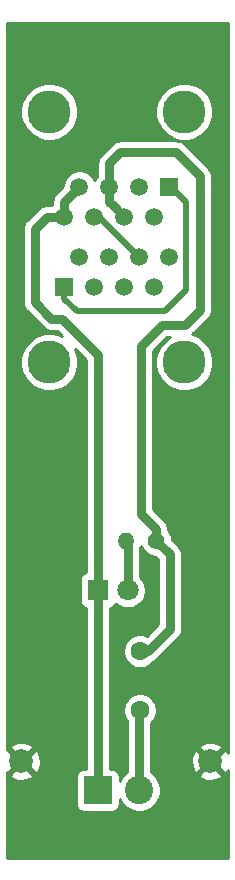
<source format=gbr>
G04 #@! TF.GenerationSoftware,KiCad,Pcbnew,5.1.5+dfsg1-2build2*
G04 #@! TF.CreationDate,2021-07-28T21:36:02-05:00*
G04 #@! TF.ProjectId,DIN_RAIL_POE_INJECTOR_SLIM,44494e5f-5241-4494-9c5f-504f455f494e,rev?*
G04 #@! TF.SameCoordinates,Original*
G04 #@! TF.FileFunction,Copper,L1,Top*
G04 #@! TF.FilePolarity,Positive*
%FSLAX46Y46*%
G04 Gerber Fmt 4.6, Leading zero omitted, Abs format (unit mm)*
G04 Created by KiCad (PCBNEW 5.1.5+dfsg1-2build2) date 2021-07-28 21:36:02*
%MOMM*%
%LPD*%
G04 APERTURE LIST*
%ADD10C,1.998980*%
%ADD11C,3.650000*%
%ADD12R,1.500000X1.500000*%
%ADD13C,1.500000*%
%ADD14C,1.600000*%
%ADD15O,1.400000X1.400000*%
%ADD16C,1.400000*%
%ADD17C,1.800000*%
%ADD18R,1.800000X1.800000*%
%ADD19C,2.400000*%
%ADD20R,2.400000X2.400000*%
%ADD21C,0.500000*%
%ADD22C,0.250000*%
%ADD23C,0.750000*%
%ADD24C,0.254000*%
G04 APERTURE END LIST*
D10*
X126873000Y-163195000D03*
X110871000Y-163195000D03*
D11*
X124660000Y-129397000D03*
X113230000Y-129397000D03*
D12*
X114500000Y-123047000D03*
D13*
X115770000Y-120507000D03*
X117040000Y-123047000D03*
X118310000Y-120507000D03*
X119580000Y-123047000D03*
X120850000Y-120507000D03*
X122120000Y-123047000D03*
X123390000Y-120507000D03*
D14*
X120904000Y-153877000D03*
X120904000Y-158877000D03*
D15*
X119761000Y-144526000D03*
D16*
X122301000Y-144526000D03*
D17*
X119888000Y-148717000D03*
D18*
X117348000Y-148717000D03*
D19*
X120848000Y-165640000D03*
D20*
X117348000Y-165640000D03*
D11*
X113230000Y-108188000D03*
X124660000Y-108188000D03*
D12*
X123390000Y-114538000D03*
D13*
X122120000Y-117078000D03*
X120850000Y-114538000D03*
X119580000Y-117078000D03*
X118310000Y-114538000D03*
X117040000Y-117078000D03*
X115770000Y-114538000D03*
X114500000Y-117078000D03*
D21*
X123555000Y-114538000D02*
X123390000Y-114538000D01*
X124841000Y-115824000D02*
X123555000Y-114538000D01*
X124841000Y-123317000D02*
X124841000Y-115824000D01*
X123063000Y-125095000D02*
X124841000Y-123317000D01*
X115570000Y-125095000D02*
X123063000Y-125095000D01*
X114500000Y-124025000D02*
X115570000Y-125095000D01*
X114500000Y-123047000D02*
X114500000Y-124025000D01*
D22*
X117421000Y-117078000D02*
X117040000Y-117078000D01*
D21*
X120850000Y-120507000D02*
X117421000Y-117078000D01*
D23*
X119888000Y-144653000D02*
X119761000Y-144526000D01*
X119888000Y-148717000D02*
X119888000Y-144653000D01*
X114500000Y-115808000D02*
X115770000Y-114538000D01*
X114500000Y-117078000D02*
X114500000Y-115808000D01*
X113411000Y-125730000D02*
X114300000Y-125730000D01*
X117348000Y-128778000D02*
X117348000Y-148717000D01*
X114300000Y-125730000D02*
X117348000Y-128778000D01*
X112014000Y-118110000D02*
X112014000Y-124333000D01*
X112014000Y-124333000D02*
X113411000Y-125730000D01*
X113046000Y-117078000D02*
X112014000Y-118110000D01*
X114500000Y-117078000D02*
X113046000Y-117078000D01*
X117348000Y-163690000D02*
X117348000Y-148717000D01*
X117348000Y-165640000D02*
X117348000Y-163690000D01*
X118310000Y-112576000D02*
X118310000Y-114538000D01*
X125984000Y-124968000D02*
X125984000Y-113665000D01*
X123952000Y-111633000D02*
X119253000Y-111633000D01*
X122809000Y-126238000D02*
X124714000Y-126238000D01*
X121031000Y-128016000D02*
X122809000Y-126238000D01*
X119253000Y-111633000D02*
X118310000Y-112576000D01*
X125984000Y-113665000D02*
X123952000Y-111633000D01*
X124714000Y-126238000D02*
X125984000Y-124968000D01*
X118618000Y-116116000D02*
X119580000Y-117078000D01*
X118310000Y-115808000D02*
X118618000Y-116116000D01*
X118310000Y-114538000D02*
X118310000Y-115808000D01*
X121586000Y-153877000D02*
X120904000Y-153877000D01*
X123444000Y-152019000D02*
X121586000Y-153877000D01*
X123444000Y-145669000D02*
X123444000Y-152019000D01*
X122301000Y-144526000D02*
X123444000Y-145669000D01*
X121031000Y-142266051D02*
X121031000Y-128016000D01*
X122301000Y-143536051D02*
X121031000Y-142266051D01*
X122301000Y-144526000D02*
X122301000Y-143536051D01*
D21*
X120848000Y-158933000D02*
X120904000Y-158877000D01*
D23*
X120848000Y-165640000D02*
X120848000Y-158933000D01*
D24*
G36*
X128340001Y-162461732D02*
G01*
X128272399Y-162335258D01*
X128008050Y-162239555D01*
X127052605Y-163195000D01*
X128008050Y-164150445D01*
X128272399Y-164054742D01*
X128340001Y-163915770D01*
X128340001Y-171340000D01*
X109660000Y-171340000D01*
X109660000Y-164330050D01*
X109915555Y-164330050D01*
X110011258Y-164594399D01*
X110300787Y-164735238D01*
X110612229Y-164816885D01*
X110933615Y-164836205D01*
X111252595Y-164792454D01*
X111556911Y-164687314D01*
X111730742Y-164594399D01*
X111826445Y-164330050D01*
X110871000Y-163374605D01*
X109915555Y-164330050D01*
X109660000Y-164330050D01*
X109660000Y-164122949D01*
X109735950Y-164150445D01*
X110691395Y-163195000D01*
X111050605Y-163195000D01*
X112006050Y-164150445D01*
X112270399Y-164054742D01*
X112411238Y-163765213D01*
X112492885Y-163453771D01*
X112512205Y-163132385D01*
X112468454Y-162813405D01*
X112363314Y-162509089D01*
X112270399Y-162335258D01*
X112006050Y-162239555D01*
X111050605Y-163195000D01*
X110691395Y-163195000D01*
X109735950Y-162239555D01*
X109660000Y-162267051D01*
X109660000Y-162059950D01*
X109915555Y-162059950D01*
X110871000Y-163015395D01*
X111826445Y-162059950D01*
X111730742Y-161795601D01*
X111441213Y-161654762D01*
X111129771Y-161573115D01*
X110808385Y-161553795D01*
X110489405Y-161597546D01*
X110185089Y-161702686D01*
X110011258Y-161795601D01*
X109915555Y-162059950D01*
X109660000Y-162059950D01*
X109660000Y-129154711D01*
X110770000Y-129154711D01*
X110770000Y-129639289D01*
X110864536Y-130114556D01*
X111049976Y-130562247D01*
X111319193Y-130965159D01*
X111661841Y-131307807D01*
X112064753Y-131577024D01*
X112512444Y-131762464D01*
X112987711Y-131857000D01*
X113472289Y-131857000D01*
X113947556Y-131762464D01*
X114395247Y-131577024D01*
X114798159Y-131307807D01*
X115140807Y-130965159D01*
X115410024Y-130562247D01*
X115595464Y-130114556D01*
X115690000Y-129639289D01*
X115690000Y-129154711D01*
X115595464Y-128679444D01*
X115435923Y-128294279D01*
X116338000Y-129196356D01*
X116338001Y-147189762D01*
X116323518Y-147191188D01*
X116203820Y-147227498D01*
X116093506Y-147286463D01*
X115996815Y-147365815D01*
X115917463Y-147462506D01*
X115858498Y-147572820D01*
X115822188Y-147692518D01*
X115809928Y-147817000D01*
X115809928Y-149617000D01*
X115822188Y-149741482D01*
X115858498Y-149861180D01*
X115917463Y-149971494D01*
X115996815Y-150068185D01*
X116093506Y-150147537D01*
X116203820Y-150206502D01*
X116323518Y-150242812D01*
X116338001Y-150244238D01*
X116338000Y-163739607D01*
X116338001Y-163739617D01*
X116338001Y-163801928D01*
X116148000Y-163801928D01*
X116023518Y-163814188D01*
X115903820Y-163850498D01*
X115793506Y-163909463D01*
X115696815Y-163988815D01*
X115617463Y-164085506D01*
X115558498Y-164195820D01*
X115522188Y-164315518D01*
X115509928Y-164440000D01*
X115509928Y-166840000D01*
X115522188Y-166964482D01*
X115558498Y-167084180D01*
X115617463Y-167194494D01*
X115696815Y-167291185D01*
X115793506Y-167370537D01*
X115903820Y-167429502D01*
X116023518Y-167465812D01*
X116148000Y-167478072D01*
X118548000Y-167478072D01*
X118672482Y-167465812D01*
X118792180Y-167429502D01*
X118902494Y-167370537D01*
X118999185Y-167291185D01*
X119078537Y-167194494D01*
X119137502Y-167084180D01*
X119173812Y-166964482D01*
X119186072Y-166840000D01*
X119186072Y-166422838D01*
X119221844Y-166509199D01*
X119422662Y-166809744D01*
X119678256Y-167065338D01*
X119978801Y-167266156D01*
X120312750Y-167404482D01*
X120667268Y-167475000D01*
X121028732Y-167475000D01*
X121383250Y-167404482D01*
X121717199Y-167266156D01*
X122017744Y-167065338D01*
X122273338Y-166809744D01*
X122474156Y-166509199D01*
X122612482Y-166175250D01*
X122683000Y-165820732D01*
X122683000Y-165459268D01*
X122612482Y-165104750D01*
X122474156Y-164770801D01*
X122273338Y-164470256D01*
X122133132Y-164330050D01*
X125917555Y-164330050D01*
X126013258Y-164594399D01*
X126302787Y-164735238D01*
X126614229Y-164816885D01*
X126935615Y-164836205D01*
X127254595Y-164792454D01*
X127558911Y-164687314D01*
X127732742Y-164594399D01*
X127828445Y-164330050D01*
X126873000Y-163374605D01*
X125917555Y-164330050D01*
X122133132Y-164330050D01*
X122017744Y-164214662D01*
X121858000Y-164107924D01*
X121858000Y-163257615D01*
X125231795Y-163257615D01*
X125275546Y-163576595D01*
X125380686Y-163880911D01*
X125473601Y-164054742D01*
X125737950Y-164150445D01*
X126693395Y-163195000D01*
X125737950Y-162239555D01*
X125473601Y-162335258D01*
X125332762Y-162624787D01*
X125251115Y-162936229D01*
X125231795Y-163257615D01*
X121858000Y-163257615D01*
X121858000Y-162059950D01*
X125917555Y-162059950D01*
X126873000Y-163015395D01*
X127828445Y-162059950D01*
X127732742Y-161795601D01*
X127443213Y-161654762D01*
X127131771Y-161573115D01*
X126810385Y-161553795D01*
X126491405Y-161597546D01*
X126187089Y-161702686D01*
X126013258Y-161795601D01*
X125917555Y-162059950D01*
X121858000Y-162059950D01*
X121858000Y-159952396D01*
X122018637Y-159791759D01*
X122175680Y-159556727D01*
X122283853Y-159295574D01*
X122339000Y-159018335D01*
X122339000Y-158735665D01*
X122283853Y-158458426D01*
X122175680Y-158197273D01*
X122018637Y-157962241D01*
X121818759Y-157762363D01*
X121583727Y-157605320D01*
X121322574Y-157497147D01*
X121045335Y-157442000D01*
X120762665Y-157442000D01*
X120485426Y-157497147D01*
X120224273Y-157605320D01*
X119989241Y-157762363D01*
X119789363Y-157962241D01*
X119632320Y-158197273D01*
X119524147Y-158458426D01*
X119469000Y-158735665D01*
X119469000Y-159018335D01*
X119524147Y-159295574D01*
X119632320Y-159556727D01*
X119789363Y-159791759D01*
X119838001Y-159840397D01*
X119838000Y-164107924D01*
X119678256Y-164214662D01*
X119422662Y-164470256D01*
X119221844Y-164770801D01*
X119186072Y-164857162D01*
X119186072Y-164440000D01*
X119173812Y-164315518D01*
X119137502Y-164195820D01*
X119078537Y-164085506D01*
X118999185Y-163988815D01*
X118902494Y-163909463D01*
X118792180Y-163850498D01*
X118672482Y-163814188D01*
X118548000Y-163801928D01*
X118358000Y-163801928D01*
X118358000Y-150244238D01*
X118372482Y-150242812D01*
X118492180Y-150206502D01*
X118602494Y-150147537D01*
X118699185Y-150068185D01*
X118778537Y-149971494D01*
X118837502Y-149861180D01*
X118843056Y-149842873D01*
X118909495Y-149909312D01*
X119160905Y-150077299D01*
X119440257Y-150193011D01*
X119736816Y-150252000D01*
X120039184Y-150252000D01*
X120335743Y-150193011D01*
X120615095Y-150077299D01*
X120866505Y-149909312D01*
X121080312Y-149695505D01*
X121248299Y-149444095D01*
X121364011Y-149164743D01*
X121423000Y-148868184D01*
X121423000Y-148565816D01*
X121364011Y-148269257D01*
X121248299Y-147989905D01*
X121080312Y-147738495D01*
X120898000Y-147556183D01*
X120898000Y-145227295D01*
X120944061Y-145158359D01*
X121031000Y-144948470D01*
X121117939Y-145158359D01*
X121264038Y-145377013D01*
X121449987Y-145562962D01*
X121668641Y-145709061D01*
X121911595Y-145809696D01*
X122169514Y-145861000D01*
X122207645Y-145861000D01*
X122434000Y-146087355D01*
X122434001Y-151600643D01*
X121474548Y-152560097D01*
X121322574Y-152497147D01*
X121045335Y-152442000D01*
X120762665Y-152442000D01*
X120485426Y-152497147D01*
X120224273Y-152605320D01*
X119989241Y-152762363D01*
X119789363Y-152962241D01*
X119632320Y-153197273D01*
X119524147Y-153458426D01*
X119469000Y-153735665D01*
X119469000Y-154018335D01*
X119524147Y-154295574D01*
X119632320Y-154556727D01*
X119789363Y-154791759D01*
X119989241Y-154991637D01*
X120224273Y-155148680D01*
X120485426Y-155256853D01*
X120762665Y-155312000D01*
X121045335Y-155312000D01*
X121322574Y-155256853D01*
X121583727Y-155148680D01*
X121818759Y-154991637D01*
X122018637Y-154791759D01*
X122019451Y-154790541D01*
X122149840Y-154720847D01*
X122303633Y-154594633D01*
X122335261Y-154556094D01*
X124123100Y-152768256D01*
X124161633Y-152736633D01*
X124287847Y-152582840D01*
X124381632Y-152407380D01*
X124439385Y-152216994D01*
X124454000Y-152068608D01*
X124458886Y-152019000D01*
X124454000Y-151969392D01*
X124454000Y-145718604D01*
X124458886Y-145668999D01*
X124448442Y-145562962D01*
X124439385Y-145471006D01*
X124381632Y-145280620D01*
X124287847Y-145105160D01*
X124161633Y-144951367D01*
X124123094Y-144919739D01*
X123636000Y-144432645D01*
X123636000Y-144394514D01*
X123584696Y-144136595D01*
X123484061Y-143893641D01*
X123337962Y-143674987D01*
X123311000Y-143648025D01*
X123311000Y-143585655D01*
X123315886Y-143536050D01*
X123311000Y-143486443D01*
X123296385Y-143338057D01*
X123238632Y-143147671D01*
X123144847Y-142972211D01*
X123018633Y-142818418D01*
X122980094Y-142786790D01*
X122041000Y-141847696D01*
X122041000Y-128434355D01*
X123227356Y-127248000D01*
X123448322Y-127248000D01*
X123091841Y-127486193D01*
X122749193Y-127828841D01*
X122479976Y-128231753D01*
X122294536Y-128679444D01*
X122200000Y-129154711D01*
X122200000Y-129639289D01*
X122294536Y-130114556D01*
X122479976Y-130562247D01*
X122749193Y-130965159D01*
X123091841Y-131307807D01*
X123494753Y-131577024D01*
X123942444Y-131762464D01*
X124417711Y-131857000D01*
X124902289Y-131857000D01*
X125377556Y-131762464D01*
X125825247Y-131577024D01*
X126228159Y-131307807D01*
X126570807Y-130965159D01*
X126840024Y-130562247D01*
X127025464Y-130114556D01*
X127120000Y-129639289D01*
X127120000Y-129154711D01*
X127025464Y-128679444D01*
X126840024Y-128231753D01*
X126570807Y-127828841D01*
X126228159Y-127486193D01*
X125825247Y-127216976D01*
X125377556Y-127031536D01*
X125346638Y-127025386D01*
X125431633Y-126955633D01*
X125463261Y-126917094D01*
X126663094Y-125717261D01*
X126701633Y-125685633D01*
X126827847Y-125531840D01*
X126921632Y-125356380D01*
X126979385Y-125165994D01*
X126994000Y-125017608D01*
X126994000Y-125017606D01*
X126998886Y-124968001D01*
X126994000Y-124918396D01*
X126994000Y-113714608D01*
X126998886Y-113665000D01*
X126979385Y-113467005D01*
X126921632Y-113276620D01*
X126853914Y-113149928D01*
X126827847Y-113101160D01*
X126701633Y-112947367D01*
X126663100Y-112915744D01*
X124701261Y-110953906D01*
X124669633Y-110915367D01*
X124515840Y-110789153D01*
X124340380Y-110695368D01*
X124149994Y-110637615D01*
X124001608Y-110623000D01*
X123952000Y-110618114D01*
X123902392Y-110623000D01*
X119302604Y-110623000D01*
X119252999Y-110618114D01*
X119203394Y-110623000D01*
X119203392Y-110623000D01*
X119055006Y-110637615D01*
X118864620Y-110695368D01*
X118689160Y-110789153D01*
X118535367Y-110915367D01*
X118503739Y-110953906D01*
X117630906Y-111826739D01*
X117592367Y-111858367D01*
X117466153Y-112012160D01*
X117372369Y-112187620D01*
X117372368Y-112187621D01*
X117314615Y-112378006D01*
X117295114Y-112576000D01*
X117300000Y-112625608D01*
X117300001Y-113589314D01*
X117234201Y-113655114D01*
X117082629Y-113881957D01*
X117040000Y-113984873D01*
X116997371Y-113881957D01*
X116845799Y-113655114D01*
X116652886Y-113462201D01*
X116426043Y-113310629D01*
X116173989Y-113206225D01*
X115906411Y-113153000D01*
X115633589Y-113153000D01*
X115366011Y-113206225D01*
X115113957Y-113310629D01*
X114887114Y-113462201D01*
X114694201Y-113655114D01*
X114542629Y-113881957D01*
X114438225Y-114134011D01*
X114385000Y-114401589D01*
X114385000Y-114494645D01*
X113820901Y-115058744D01*
X113782368Y-115090367D01*
X113750745Y-115128900D01*
X113750744Y-115128901D01*
X113656154Y-115244160D01*
X113562368Y-115419621D01*
X113504615Y-115610006D01*
X113485114Y-115808000D01*
X113490001Y-115857617D01*
X113490001Y-116068000D01*
X113095604Y-116068000D01*
X113045999Y-116063114D01*
X112996394Y-116068000D01*
X112996392Y-116068000D01*
X112848006Y-116082615D01*
X112657620Y-116140368D01*
X112482160Y-116234153D01*
X112328367Y-116360367D01*
X112296739Y-116398906D01*
X111334906Y-117360739D01*
X111296367Y-117392367D01*
X111170153Y-117546160D01*
X111119011Y-117641841D01*
X111076368Y-117721621D01*
X111018615Y-117912006D01*
X110999114Y-118110000D01*
X111004000Y-118159608D01*
X111004001Y-124283382D01*
X110999114Y-124333000D01*
X111018615Y-124530994D01*
X111076368Y-124721379D01*
X111143294Y-124846589D01*
X111170154Y-124896840D01*
X111296368Y-125050633D01*
X111334901Y-125082256D01*
X112661739Y-126409094D01*
X112693367Y-126447633D01*
X112847160Y-126573847D01*
X113022620Y-126667632D01*
X113213006Y-126725385D01*
X113361392Y-126740000D01*
X113361394Y-126740000D01*
X113410999Y-126744886D01*
X113460604Y-126740000D01*
X113881645Y-126740000D01*
X114332722Y-127191077D01*
X113947556Y-127031536D01*
X113472289Y-126937000D01*
X112987711Y-126937000D01*
X112512444Y-127031536D01*
X112064753Y-127216976D01*
X111661841Y-127486193D01*
X111319193Y-127828841D01*
X111049976Y-128231753D01*
X110864536Y-128679444D01*
X110770000Y-129154711D01*
X109660000Y-129154711D01*
X109660000Y-107945711D01*
X110770000Y-107945711D01*
X110770000Y-108430289D01*
X110864536Y-108905556D01*
X111049976Y-109353247D01*
X111319193Y-109756159D01*
X111661841Y-110098807D01*
X112064753Y-110368024D01*
X112512444Y-110553464D01*
X112987711Y-110648000D01*
X113472289Y-110648000D01*
X113947556Y-110553464D01*
X114395247Y-110368024D01*
X114798159Y-110098807D01*
X115140807Y-109756159D01*
X115410024Y-109353247D01*
X115595464Y-108905556D01*
X115690000Y-108430289D01*
X115690000Y-107945711D01*
X122200000Y-107945711D01*
X122200000Y-108430289D01*
X122294536Y-108905556D01*
X122479976Y-109353247D01*
X122749193Y-109756159D01*
X123091841Y-110098807D01*
X123494753Y-110368024D01*
X123942444Y-110553464D01*
X124417711Y-110648000D01*
X124902289Y-110648000D01*
X125377556Y-110553464D01*
X125825247Y-110368024D01*
X126228159Y-110098807D01*
X126570807Y-109756159D01*
X126840024Y-109353247D01*
X127025464Y-108905556D01*
X127120000Y-108430289D01*
X127120000Y-107945711D01*
X127025464Y-107470444D01*
X126840024Y-107022753D01*
X126570807Y-106619841D01*
X126228159Y-106277193D01*
X125825247Y-106007976D01*
X125377556Y-105822536D01*
X124902289Y-105728000D01*
X124417711Y-105728000D01*
X123942444Y-105822536D01*
X123494753Y-106007976D01*
X123091841Y-106277193D01*
X122749193Y-106619841D01*
X122479976Y-107022753D01*
X122294536Y-107470444D01*
X122200000Y-107945711D01*
X115690000Y-107945711D01*
X115595464Y-107470444D01*
X115410024Y-107022753D01*
X115140807Y-106619841D01*
X114798159Y-106277193D01*
X114395247Y-106007976D01*
X113947556Y-105822536D01*
X113472289Y-105728000D01*
X112987711Y-105728000D01*
X112512444Y-105822536D01*
X112064753Y-106007976D01*
X111661841Y-106277193D01*
X111319193Y-106619841D01*
X111049976Y-107022753D01*
X110864536Y-107470444D01*
X110770000Y-107945711D01*
X109660000Y-107945711D01*
X109660000Y-100660000D01*
X128340000Y-100660000D01*
X128340001Y-162461732D01*
G37*
X128340001Y-162461732D02*
X128272399Y-162335258D01*
X128008050Y-162239555D01*
X127052605Y-163195000D01*
X128008050Y-164150445D01*
X128272399Y-164054742D01*
X128340001Y-163915770D01*
X128340001Y-171340000D01*
X109660000Y-171340000D01*
X109660000Y-164330050D01*
X109915555Y-164330050D01*
X110011258Y-164594399D01*
X110300787Y-164735238D01*
X110612229Y-164816885D01*
X110933615Y-164836205D01*
X111252595Y-164792454D01*
X111556911Y-164687314D01*
X111730742Y-164594399D01*
X111826445Y-164330050D01*
X110871000Y-163374605D01*
X109915555Y-164330050D01*
X109660000Y-164330050D01*
X109660000Y-164122949D01*
X109735950Y-164150445D01*
X110691395Y-163195000D01*
X111050605Y-163195000D01*
X112006050Y-164150445D01*
X112270399Y-164054742D01*
X112411238Y-163765213D01*
X112492885Y-163453771D01*
X112512205Y-163132385D01*
X112468454Y-162813405D01*
X112363314Y-162509089D01*
X112270399Y-162335258D01*
X112006050Y-162239555D01*
X111050605Y-163195000D01*
X110691395Y-163195000D01*
X109735950Y-162239555D01*
X109660000Y-162267051D01*
X109660000Y-162059950D01*
X109915555Y-162059950D01*
X110871000Y-163015395D01*
X111826445Y-162059950D01*
X111730742Y-161795601D01*
X111441213Y-161654762D01*
X111129771Y-161573115D01*
X110808385Y-161553795D01*
X110489405Y-161597546D01*
X110185089Y-161702686D01*
X110011258Y-161795601D01*
X109915555Y-162059950D01*
X109660000Y-162059950D01*
X109660000Y-129154711D01*
X110770000Y-129154711D01*
X110770000Y-129639289D01*
X110864536Y-130114556D01*
X111049976Y-130562247D01*
X111319193Y-130965159D01*
X111661841Y-131307807D01*
X112064753Y-131577024D01*
X112512444Y-131762464D01*
X112987711Y-131857000D01*
X113472289Y-131857000D01*
X113947556Y-131762464D01*
X114395247Y-131577024D01*
X114798159Y-131307807D01*
X115140807Y-130965159D01*
X115410024Y-130562247D01*
X115595464Y-130114556D01*
X115690000Y-129639289D01*
X115690000Y-129154711D01*
X115595464Y-128679444D01*
X115435923Y-128294279D01*
X116338000Y-129196356D01*
X116338001Y-147189762D01*
X116323518Y-147191188D01*
X116203820Y-147227498D01*
X116093506Y-147286463D01*
X115996815Y-147365815D01*
X115917463Y-147462506D01*
X115858498Y-147572820D01*
X115822188Y-147692518D01*
X115809928Y-147817000D01*
X115809928Y-149617000D01*
X115822188Y-149741482D01*
X115858498Y-149861180D01*
X115917463Y-149971494D01*
X115996815Y-150068185D01*
X116093506Y-150147537D01*
X116203820Y-150206502D01*
X116323518Y-150242812D01*
X116338001Y-150244238D01*
X116338000Y-163739607D01*
X116338001Y-163739617D01*
X116338001Y-163801928D01*
X116148000Y-163801928D01*
X116023518Y-163814188D01*
X115903820Y-163850498D01*
X115793506Y-163909463D01*
X115696815Y-163988815D01*
X115617463Y-164085506D01*
X115558498Y-164195820D01*
X115522188Y-164315518D01*
X115509928Y-164440000D01*
X115509928Y-166840000D01*
X115522188Y-166964482D01*
X115558498Y-167084180D01*
X115617463Y-167194494D01*
X115696815Y-167291185D01*
X115793506Y-167370537D01*
X115903820Y-167429502D01*
X116023518Y-167465812D01*
X116148000Y-167478072D01*
X118548000Y-167478072D01*
X118672482Y-167465812D01*
X118792180Y-167429502D01*
X118902494Y-167370537D01*
X118999185Y-167291185D01*
X119078537Y-167194494D01*
X119137502Y-167084180D01*
X119173812Y-166964482D01*
X119186072Y-166840000D01*
X119186072Y-166422838D01*
X119221844Y-166509199D01*
X119422662Y-166809744D01*
X119678256Y-167065338D01*
X119978801Y-167266156D01*
X120312750Y-167404482D01*
X120667268Y-167475000D01*
X121028732Y-167475000D01*
X121383250Y-167404482D01*
X121717199Y-167266156D01*
X122017744Y-167065338D01*
X122273338Y-166809744D01*
X122474156Y-166509199D01*
X122612482Y-166175250D01*
X122683000Y-165820732D01*
X122683000Y-165459268D01*
X122612482Y-165104750D01*
X122474156Y-164770801D01*
X122273338Y-164470256D01*
X122133132Y-164330050D01*
X125917555Y-164330050D01*
X126013258Y-164594399D01*
X126302787Y-164735238D01*
X126614229Y-164816885D01*
X126935615Y-164836205D01*
X127254595Y-164792454D01*
X127558911Y-164687314D01*
X127732742Y-164594399D01*
X127828445Y-164330050D01*
X126873000Y-163374605D01*
X125917555Y-164330050D01*
X122133132Y-164330050D01*
X122017744Y-164214662D01*
X121858000Y-164107924D01*
X121858000Y-163257615D01*
X125231795Y-163257615D01*
X125275546Y-163576595D01*
X125380686Y-163880911D01*
X125473601Y-164054742D01*
X125737950Y-164150445D01*
X126693395Y-163195000D01*
X125737950Y-162239555D01*
X125473601Y-162335258D01*
X125332762Y-162624787D01*
X125251115Y-162936229D01*
X125231795Y-163257615D01*
X121858000Y-163257615D01*
X121858000Y-162059950D01*
X125917555Y-162059950D01*
X126873000Y-163015395D01*
X127828445Y-162059950D01*
X127732742Y-161795601D01*
X127443213Y-161654762D01*
X127131771Y-161573115D01*
X126810385Y-161553795D01*
X126491405Y-161597546D01*
X126187089Y-161702686D01*
X126013258Y-161795601D01*
X125917555Y-162059950D01*
X121858000Y-162059950D01*
X121858000Y-159952396D01*
X122018637Y-159791759D01*
X122175680Y-159556727D01*
X122283853Y-159295574D01*
X122339000Y-159018335D01*
X122339000Y-158735665D01*
X122283853Y-158458426D01*
X122175680Y-158197273D01*
X122018637Y-157962241D01*
X121818759Y-157762363D01*
X121583727Y-157605320D01*
X121322574Y-157497147D01*
X121045335Y-157442000D01*
X120762665Y-157442000D01*
X120485426Y-157497147D01*
X120224273Y-157605320D01*
X119989241Y-157762363D01*
X119789363Y-157962241D01*
X119632320Y-158197273D01*
X119524147Y-158458426D01*
X119469000Y-158735665D01*
X119469000Y-159018335D01*
X119524147Y-159295574D01*
X119632320Y-159556727D01*
X119789363Y-159791759D01*
X119838001Y-159840397D01*
X119838000Y-164107924D01*
X119678256Y-164214662D01*
X119422662Y-164470256D01*
X119221844Y-164770801D01*
X119186072Y-164857162D01*
X119186072Y-164440000D01*
X119173812Y-164315518D01*
X119137502Y-164195820D01*
X119078537Y-164085506D01*
X118999185Y-163988815D01*
X118902494Y-163909463D01*
X118792180Y-163850498D01*
X118672482Y-163814188D01*
X118548000Y-163801928D01*
X118358000Y-163801928D01*
X118358000Y-150244238D01*
X118372482Y-150242812D01*
X118492180Y-150206502D01*
X118602494Y-150147537D01*
X118699185Y-150068185D01*
X118778537Y-149971494D01*
X118837502Y-149861180D01*
X118843056Y-149842873D01*
X118909495Y-149909312D01*
X119160905Y-150077299D01*
X119440257Y-150193011D01*
X119736816Y-150252000D01*
X120039184Y-150252000D01*
X120335743Y-150193011D01*
X120615095Y-150077299D01*
X120866505Y-149909312D01*
X121080312Y-149695505D01*
X121248299Y-149444095D01*
X121364011Y-149164743D01*
X121423000Y-148868184D01*
X121423000Y-148565816D01*
X121364011Y-148269257D01*
X121248299Y-147989905D01*
X121080312Y-147738495D01*
X120898000Y-147556183D01*
X120898000Y-145227295D01*
X120944061Y-145158359D01*
X121031000Y-144948470D01*
X121117939Y-145158359D01*
X121264038Y-145377013D01*
X121449987Y-145562962D01*
X121668641Y-145709061D01*
X121911595Y-145809696D01*
X122169514Y-145861000D01*
X122207645Y-145861000D01*
X122434000Y-146087355D01*
X122434001Y-151600643D01*
X121474548Y-152560097D01*
X121322574Y-152497147D01*
X121045335Y-152442000D01*
X120762665Y-152442000D01*
X120485426Y-152497147D01*
X120224273Y-152605320D01*
X119989241Y-152762363D01*
X119789363Y-152962241D01*
X119632320Y-153197273D01*
X119524147Y-153458426D01*
X119469000Y-153735665D01*
X119469000Y-154018335D01*
X119524147Y-154295574D01*
X119632320Y-154556727D01*
X119789363Y-154791759D01*
X119989241Y-154991637D01*
X120224273Y-155148680D01*
X120485426Y-155256853D01*
X120762665Y-155312000D01*
X121045335Y-155312000D01*
X121322574Y-155256853D01*
X121583727Y-155148680D01*
X121818759Y-154991637D01*
X122018637Y-154791759D01*
X122019451Y-154790541D01*
X122149840Y-154720847D01*
X122303633Y-154594633D01*
X122335261Y-154556094D01*
X124123100Y-152768256D01*
X124161633Y-152736633D01*
X124287847Y-152582840D01*
X124381632Y-152407380D01*
X124439385Y-152216994D01*
X124454000Y-152068608D01*
X124458886Y-152019000D01*
X124454000Y-151969392D01*
X124454000Y-145718604D01*
X124458886Y-145668999D01*
X124448442Y-145562962D01*
X124439385Y-145471006D01*
X124381632Y-145280620D01*
X124287847Y-145105160D01*
X124161633Y-144951367D01*
X124123094Y-144919739D01*
X123636000Y-144432645D01*
X123636000Y-144394514D01*
X123584696Y-144136595D01*
X123484061Y-143893641D01*
X123337962Y-143674987D01*
X123311000Y-143648025D01*
X123311000Y-143585655D01*
X123315886Y-143536050D01*
X123311000Y-143486443D01*
X123296385Y-143338057D01*
X123238632Y-143147671D01*
X123144847Y-142972211D01*
X123018633Y-142818418D01*
X122980094Y-142786790D01*
X122041000Y-141847696D01*
X122041000Y-128434355D01*
X123227356Y-127248000D01*
X123448322Y-127248000D01*
X123091841Y-127486193D01*
X122749193Y-127828841D01*
X122479976Y-128231753D01*
X122294536Y-128679444D01*
X122200000Y-129154711D01*
X122200000Y-129639289D01*
X122294536Y-130114556D01*
X122479976Y-130562247D01*
X122749193Y-130965159D01*
X123091841Y-131307807D01*
X123494753Y-131577024D01*
X123942444Y-131762464D01*
X124417711Y-131857000D01*
X124902289Y-131857000D01*
X125377556Y-131762464D01*
X125825247Y-131577024D01*
X126228159Y-131307807D01*
X126570807Y-130965159D01*
X126840024Y-130562247D01*
X127025464Y-130114556D01*
X127120000Y-129639289D01*
X127120000Y-129154711D01*
X127025464Y-128679444D01*
X126840024Y-128231753D01*
X126570807Y-127828841D01*
X126228159Y-127486193D01*
X125825247Y-127216976D01*
X125377556Y-127031536D01*
X125346638Y-127025386D01*
X125431633Y-126955633D01*
X125463261Y-126917094D01*
X126663094Y-125717261D01*
X126701633Y-125685633D01*
X126827847Y-125531840D01*
X126921632Y-125356380D01*
X126979385Y-125165994D01*
X126994000Y-125017608D01*
X126994000Y-125017606D01*
X126998886Y-124968001D01*
X126994000Y-124918396D01*
X126994000Y-113714608D01*
X126998886Y-113665000D01*
X126979385Y-113467005D01*
X126921632Y-113276620D01*
X126853914Y-113149928D01*
X126827847Y-113101160D01*
X126701633Y-112947367D01*
X126663100Y-112915744D01*
X124701261Y-110953906D01*
X124669633Y-110915367D01*
X124515840Y-110789153D01*
X124340380Y-110695368D01*
X124149994Y-110637615D01*
X124001608Y-110623000D01*
X123952000Y-110618114D01*
X123902392Y-110623000D01*
X119302604Y-110623000D01*
X119252999Y-110618114D01*
X119203394Y-110623000D01*
X119203392Y-110623000D01*
X119055006Y-110637615D01*
X118864620Y-110695368D01*
X118689160Y-110789153D01*
X118535367Y-110915367D01*
X118503739Y-110953906D01*
X117630906Y-111826739D01*
X117592367Y-111858367D01*
X117466153Y-112012160D01*
X117372369Y-112187620D01*
X117372368Y-112187621D01*
X117314615Y-112378006D01*
X117295114Y-112576000D01*
X117300000Y-112625608D01*
X117300001Y-113589314D01*
X117234201Y-113655114D01*
X117082629Y-113881957D01*
X117040000Y-113984873D01*
X116997371Y-113881957D01*
X116845799Y-113655114D01*
X116652886Y-113462201D01*
X116426043Y-113310629D01*
X116173989Y-113206225D01*
X115906411Y-113153000D01*
X115633589Y-113153000D01*
X115366011Y-113206225D01*
X115113957Y-113310629D01*
X114887114Y-113462201D01*
X114694201Y-113655114D01*
X114542629Y-113881957D01*
X114438225Y-114134011D01*
X114385000Y-114401589D01*
X114385000Y-114494645D01*
X113820901Y-115058744D01*
X113782368Y-115090367D01*
X113750745Y-115128900D01*
X113750744Y-115128901D01*
X113656154Y-115244160D01*
X113562368Y-115419621D01*
X113504615Y-115610006D01*
X113485114Y-115808000D01*
X113490001Y-115857617D01*
X113490001Y-116068000D01*
X113095604Y-116068000D01*
X113045999Y-116063114D01*
X112996394Y-116068000D01*
X112996392Y-116068000D01*
X112848006Y-116082615D01*
X112657620Y-116140368D01*
X112482160Y-116234153D01*
X112328367Y-116360367D01*
X112296739Y-116398906D01*
X111334906Y-117360739D01*
X111296367Y-117392367D01*
X111170153Y-117546160D01*
X111119011Y-117641841D01*
X111076368Y-117721621D01*
X111018615Y-117912006D01*
X110999114Y-118110000D01*
X111004000Y-118159608D01*
X111004001Y-124283382D01*
X110999114Y-124333000D01*
X111018615Y-124530994D01*
X111076368Y-124721379D01*
X111143294Y-124846589D01*
X111170154Y-124896840D01*
X111296368Y-125050633D01*
X111334901Y-125082256D01*
X112661739Y-126409094D01*
X112693367Y-126447633D01*
X112847160Y-126573847D01*
X113022620Y-126667632D01*
X113213006Y-126725385D01*
X113361392Y-126740000D01*
X113361394Y-126740000D01*
X113410999Y-126744886D01*
X113460604Y-126740000D01*
X113881645Y-126740000D01*
X114332722Y-127191077D01*
X113947556Y-127031536D01*
X113472289Y-126937000D01*
X112987711Y-126937000D01*
X112512444Y-127031536D01*
X112064753Y-127216976D01*
X111661841Y-127486193D01*
X111319193Y-127828841D01*
X111049976Y-128231753D01*
X110864536Y-128679444D01*
X110770000Y-129154711D01*
X109660000Y-129154711D01*
X109660000Y-107945711D01*
X110770000Y-107945711D01*
X110770000Y-108430289D01*
X110864536Y-108905556D01*
X111049976Y-109353247D01*
X111319193Y-109756159D01*
X111661841Y-110098807D01*
X112064753Y-110368024D01*
X112512444Y-110553464D01*
X112987711Y-110648000D01*
X113472289Y-110648000D01*
X113947556Y-110553464D01*
X114395247Y-110368024D01*
X114798159Y-110098807D01*
X115140807Y-109756159D01*
X115410024Y-109353247D01*
X115595464Y-108905556D01*
X115690000Y-108430289D01*
X115690000Y-107945711D01*
X122200000Y-107945711D01*
X122200000Y-108430289D01*
X122294536Y-108905556D01*
X122479976Y-109353247D01*
X122749193Y-109756159D01*
X123091841Y-110098807D01*
X123494753Y-110368024D01*
X123942444Y-110553464D01*
X124417711Y-110648000D01*
X124902289Y-110648000D01*
X125377556Y-110553464D01*
X125825247Y-110368024D01*
X126228159Y-110098807D01*
X126570807Y-109756159D01*
X126840024Y-109353247D01*
X127025464Y-108905556D01*
X127120000Y-108430289D01*
X127120000Y-107945711D01*
X127025464Y-107470444D01*
X126840024Y-107022753D01*
X126570807Y-106619841D01*
X126228159Y-106277193D01*
X125825247Y-106007976D01*
X125377556Y-105822536D01*
X124902289Y-105728000D01*
X124417711Y-105728000D01*
X123942444Y-105822536D01*
X123494753Y-106007976D01*
X123091841Y-106277193D01*
X122749193Y-106619841D01*
X122479976Y-107022753D01*
X122294536Y-107470444D01*
X122200000Y-107945711D01*
X115690000Y-107945711D01*
X115595464Y-107470444D01*
X115410024Y-107022753D01*
X115140807Y-106619841D01*
X114798159Y-106277193D01*
X114395247Y-106007976D01*
X113947556Y-105822536D01*
X113472289Y-105728000D01*
X112987711Y-105728000D01*
X112512444Y-105822536D01*
X112064753Y-106007976D01*
X111661841Y-106277193D01*
X111319193Y-106619841D01*
X111049976Y-107022753D01*
X110864536Y-107470444D01*
X110770000Y-107945711D01*
X109660000Y-107945711D01*
X109660000Y-100660000D01*
X128340000Y-100660000D01*
X128340001Y-162461732D01*
M02*

</source>
